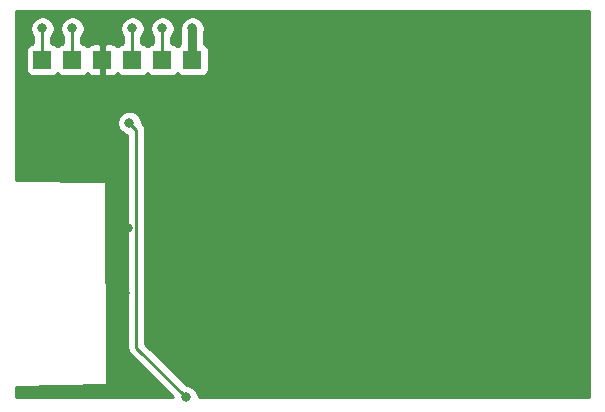
<source format=gbr>
G04 #@! TF.GenerationSoftware,KiCad,Pcbnew,(5.1.9-0-10_14)*
G04 #@! TF.CreationDate,2021-09-10T21:54:05+01:00*
G04 #@! TF.ProjectId,esp12f-si7021-v1.3,65737031-3266-42d7-9369-373032312d76,rev?*
G04 #@! TF.SameCoordinates,Original*
G04 #@! TF.FileFunction,Copper,L2,Bot*
G04 #@! TF.FilePolarity,Positive*
%FSLAX46Y46*%
G04 Gerber Fmt 4.6, Leading zero omitted, Abs format (unit mm)*
G04 Created by KiCad (PCBNEW (5.1.9-0-10_14)) date 2021-09-10 21:54:05*
%MOMM*%
%LPD*%
G01*
G04 APERTURE LIST*
G04 #@! TA.AperFunction,SMDPad,CuDef*
%ADD10R,1.524000X1.524000*%
G04 #@! TD*
G04 #@! TA.AperFunction,ViaPad*
%ADD11C,0.800000*%
G04 #@! TD*
G04 #@! TA.AperFunction,Conductor*
%ADD12C,0.250000*%
G04 #@! TD*
G04 #@! TA.AperFunction,Conductor*
%ADD13C,0.750000*%
G04 #@! TD*
G04 #@! TA.AperFunction,Conductor*
%ADD14C,0.254000*%
G04 #@! TD*
G04 #@! TA.AperFunction,Conductor*
%ADD15C,0.100000*%
G04 #@! TD*
G04 APERTURE END LIST*
D10*
X16510000Y-18506000D03*
X19050000Y-18506000D03*
X21590000Y-18506000D03*
X24130000Y-18506000D03*
X26670000Y-18506000D03*
X29210000Y-18506000D03*
D11*
X29210000Y-15839000D03*
X24130000Y-15839000D03*
X19050000Y-15839000D03*
X16510000Y-15839000D03*
X28702000Y-47081000D03*
X23876000Y-23840000D03*
X44551600Y-21503200D03*
X39024560Y-23662200D03*
X40513000Y-21630200D03*
X48666400Y-27878600D03*
X33121600Y-41518400D03*
X26568400Y-41518400D03*
X23749000Y-32730000D03*
X33451800Y-33746000D03*
X23545800Y-38267200D03*
X28829000Y-32958600D03*
X48793400Y-23814600D03*
X15290800Y-46496800D03*
X46329600Y-34381000D03*
X47777400Y-15635800D03*
X53019960Y-16433360D03*
X38866531Y-28872009D03*
X51531520Y-21559080D03*
X51531520Y-24373400D03*
X39065200Y-26532400D03*
X41737280Y-26120920D03*
X44922440Y-23448840D03*
X47802800Y-19903000D03*
X35209480Y-35681480D03*
X28630880Y-37992880D03*
X30840680Y-41640320D03*
X31201360Y-37992880D03*
X31150560Y-32750320D03*
X41584880Y-30108720D03*
X26228040Y-35407160D03*
X20518120Y-46608560D03*
X41798240Y-23514880D03*
X52456080Y-41640320D03*
X61269880Y-22676680D03*
X55361840Y-22676680D03*
X52451000Y-45938000D03*
X57693560Y-36138680D03*
X62108080Y-33121160D03*
X62301120Y-43921240D03*
X52684680Y-33476760D03*
X58171080Y-39969000D03*
X61020960Y-19994440D03*
X58328560Y-45755120D03*
X16637000Y-25618000D03*
X44577000Y-46065000D03*
X44577000Y-41620000D03*
X21590000Y-15839000D03*
X28575000Y-20538000D03*
X21590000Y-21554000D03*
X19431000Y-23205000D03*
X26670000Y-15839000D03*
D12*
X24474001Y-42853001D02*
X28702000Y-47081000D01*
X24474001Y-24438001D02*
X24474001Y-42853001D01*
X23876000Y-23840000D02*
X24474001Y-24438001D01*
D13*
X29210000Y-18506000D02*
X29210000Y-15839000D01*
D12*
X26670000Y-15839000D02*
X26670000Y-18506000D01*
X16510000Y-15839000D02*
X16510000Y-18506000D01*
X24130000Y-15839000D02*
X24130000Y-18506000D01*
X19050000Y-15839000D02*
X19050000Y-18506000D01*
D14*
X62815001Y-47031000D02*
X29737000Y-47031000D01*
X29737000Y-46979061D01*
X29697226Y-46779102D01*
X29619205Y-46590744D01*
X29505937Y-46421226D01*
X29361774Y-46277063D01*
X29192256Y-46163795D01*
X29003898Y-46085774D01*
X28803939Y-46046000D01*
X28741802Y-46046000D01*
X25234001Y-42538200D01*
X25234001Y-24475323D01*
X25237677Y-24438000D01*
X25234001Y-24400677D01*
X25234001Y-24400668D01*
X25223004Y-24289015D01*
X25179547Y-24145754D01*
X25108976Y-24013726D01*
X25108975Y-24013724D01*
X25037800Y-23926998D01*
X25014002Y-23898000D01*
X24985005Y-23874203D01*
X24911000Y-23800198D01*
X24911000Y-23738061D01*
X24871226Y-23538102D01*
X24793205Y-23349744D01*
X24679937Y-23180226D01*
X24535774Y-23036063D01*
X24366256Y-22922795D01*
X24177898Y-22844774D01*
X23977939Y-22805000D01*
X23774061Y-22805000D01*
X23574102Y-22844774D01*
X23385744Y-22922795D01*
X23216226Y-23036063D01*
X23072063Y-23180226D01*
X22958795Y-23349744D01*
X22880774Y-23538102D01*
X22841000Y-23738061D01*
X22841000Y-23941939D01*
X22880774Y-24141898D01*
X22958795Y-24330256D01*
X23072063Y-24499774D01*
X23216226Y-24643937D01*
X23385744Y-24757205D01*
X23574102Y-24835226D01*
X23714001Y-24863053D01*
X23714002Y-42815668D01*
X23710325Y-42853001D01*
X23724999Y-43001986D01*
X23768455Y-43145247D01*
X23839027Y-43277277D01*
X23910202Y-43364003D01*
X23934001Y-43393002D01*
X23962999Y-43416800D01*
X27577198Y-47031000D01*
X14274000Y-47031000D01*
X14274000Y-46168955D01*
X21820777Y-46039581D01*
X21845508Y-46036717D01*
X21869205Y-46029082D01*
X21890957Y-46016972D01*
X21909929Y-46000850D01*
X21925391Y-45981337D01*
X21936748Y-45959183D01*
X21943566Y-45935238D01*
X21945599Y-45912032D01*
X21869399Y-28868632D01*
X21866848Y-28843867D01*
X21859514Y-28820075D01*
X21847680Y-28798171D01*
X21831800Y-28778997D01*
X21812485Y-28763289D01*
X21790476Y-28751651D01*
X21766619Y-28744531D01*
X21743572Y-28742205D01*
X14274000Y-28673255D01*
X14274000Y-17744000D01*
X15109928Y-17744000D01*
X15109928Y-19268000D01*
X15122188Y-19392482D01*
X15158498Y-19512180D01*
X15217463Y-19622494D01*
X15296815Y-19719185D01*
X15393506Y-19798537D01*
X15503820Y-19857502D01*
X15623518Y-19893812D01*
X15748000Y-19906072D01*
X17272000Y-19906072D01*
X17396482Y-19893812D01*
X17516180Y-19857502D01*
X17626494Y-19798537D01*
X17723185Y-19719185D01*
X17780000Y-19649956D01*
X17836815Y-19719185D01*
X17933506Y-19798537D01*
X18043820Y-19857502D01*
X18163518Y-19893812D01*
X18288000Y-19906072D01*
X19812000Y-19906072D01*
X19936482Y-19893812D01*
X20056180Y-19857502D01*
X20166494Y-19798537D01*
X20263185Y-19719185D01*
X20320000Y-19649956D01*
X20376815Y-19719185D01*
X20473506Y-19798537D01*
X20583820Y-19857502D01*
X20703518Y-19893812D01*
X20828000Y-19906072D01*
X21304250Y-19903000D01*
X21463000Y-19744250D01*
X21463000Y-18633000D01*
X21443000Y-18633000D01*
X21443000Y-18379000D01*
X21463000Y-18379000D01*
X21463000Y-17267750D01*
X21717000Y-17267750D01*
X21717000Y-18379000D01*
X21737000Y-18379000D01*
X21737000Y-18633000D01*
X21717000Y-18633000D01*
X21717000Y-19744250D01*
X21875750Y-19903000D01*
X22352000Y-19906072D01*
X22476482Y-19893812D01*
X22596180Y-19857502D01*
X22706494Y-19798537D01*
X22803185Y-19719185D01*
X22860000Y-19649956D01*
X22916815Y-19719185D01*
X23013506Y-19798537D01*
X23123820Y-19857502D01*
X23243518Y-19893812D01*
X23368000Y-19906072D01*
X24892000Y-19906072D01*
X25016482Y-19893812D01*
X25136180Y-19857502D01*
X25246494Y-19798537D01*
X25343185Y-19719185D01*
X25400000Y-19649956D01*
X25456815Y-19719185D01*
X25553506Y-19798537D01*
X25663820Y-19857502D01*
X25783518Y-19893812D01*
X25908000Y-19906072D01*
X27432000Y-19906072D01*
X27556482Y-19893812D01*
X27676180Y-19857502D01*
X27786494Y-19798537D01*
X27883185Y-19719185D01*
X27940000Y-19649956D01*
X27996815Y-19719185D01*
X28093506Y-19798537D01*
X28203820Y-19857502D01*
X28323518Y-19893812D01*
X28448000Y-19906072D01*
X29972000Y-19906072D01*
X30096482Y-19893812D01*
X30216180Y-19857502D01*
X30326494Y-19798537D01*
X30423185Y-19719185D01*
X30502537Y-19622494D01*
X30561502Y-19512180D01*
X30597812Y-19392482D01*
X30610072Y-19268000D01*
X30610072Y-17744000D01*
X30597812Y-17619518D01*
X30561502Y-17499820D01*
X30502537Y-17389506D01*
X30423185Y-17292815D01*
X30326494Y-17213463D01*
X30220000Y-17156540D01*
X30220000Y-16066623D01*
X30245000Y-15940939D01*
X30245000Y-15737061D01*
X30205226Y-15537102D01*
X30127205Y-15348744D01*
X30013937Y-15179226D01*
X29869774Y-15035063D01*
X29700256Y-14921795D01*
X29511898Y-14843774D01*
X29311939Y-14804000D01*
X29108061Y-14804000D01*
X28908102Y-14843774D01*
X28719744Y-14921795D01*
X28550226Y-15035063D01*
X28406063Y-15179226D01*
X28292795Y-15348744D01*
X28214774Y-15537102D01*
X28175000Y-15737061D01*
X28175000Y-15940939D01*
X28200001Y-16066628D01*
X28200001Y-17156540D01*
X28093506Y-17213463D01*
X27996815Y-17292815D01*
X27940000Y-17362044D01*
X27883185Y-17292815D01*
X27786494Y-17213463D01*
X27676180Y-17154498D01*
X27556482Y-17118188D01*
X27432000Y-17105928D01*
X27430000Y-17105928D01*
X27430000Y-16542711D01*
X27473937Y-16498774D01*
X27587205Y-16329256D01*
X27665226Y-16140898D01*
X27705000Y-15940939D01*
X27705000Y-15737061D01*
X27665226Y-15537102D01*
X27587205Y-15348744D01*
X27473937Y-15179226D01*
X27329774Y-15035063D01*
X27160256Y-14921795D01*
X26971898Y-14843774D01*
X26771939Y-14804000D01*
X26568061Y-14804000D01*
X26368102Y-14843774D01*
X26179744Y-14921795D01*
X26010226Y-15035063D01*
X25866063Y-15179226D01*
X25752795Y-15348744D01*
X25674774Y-15537102D01*
X25635000Y-15737061D01*
X25635000Y-15940939D01*
X25674774Y-16140898D01*
X25752795Y-16329256D01*
X25866063Y-16498774D01*
X25910000Y-16542711D01*
X25910000Y-17105928D01*
X25908000Y-17105928D01*
X25783518Y-17118188D01*
X25663820Y-17154498D01*
X25553506Y-17213463D01*
X25456815Y-17292815D01*
X25400000Y-17362044D01*
X25343185Y-17292815D01*
X25246494Y-17213463D01*
X25136180Y-17154498D01*
X25016482Y-17118188D01*
X24892000Y-17105928D01*
X24890000Y-17105928D01*
X24890000Y-16542711D01*
X24933937Y-16498774D01*
X25047205Y-16329256D01*
X25125226Y-16140898D01*
X25165000Y-15940939D01*
X25165000Y-15737061D01*
X25125226Y-15537102D01*
X25047205Y-15348744D01*
X24933937Y-15179226D01*
X24789774Y-15035063D01*
X24620256Y-14921795D01*
X24431898Y-14843774D01*
X24231939Y-14804000D01*
X24028061Y-14804000D01*
X23828102Y-14843774D01*
X23639744Y-14921795D01*
X23470226Y-15035063D01*
X23326063Y-15179226D01*
X23212795Y-15348744D01*
X23134774Y-15537102D01*
X23095000Y-15737061D01*
X23095000Y-15940939D01*
X23134774Y-16140898D01*
X23212795Y-16329256D01*
X23326063Y-16498774D01*
X23370000Y-16542711D01*
X23370000Y-17105928D01*
X23368000Y-17105928D01*
X23243518Y-17118188D01*
X23123820Y-17154498D01*
X23013506Y-17213463D01*
X22916815Y-17292815D01*
X22860000Y-17362044D01*
X22803185Y-17292815D01*
X22706494Y-17213463D01*
X22596180Y-17154498D01*
X22476482Y-17118188D01*
X22352000Y-17105928D01*
X21875750Y-17109000D01*
X21717000Y-17267750D01*
X21463000Y-17267750D01*
X21304250Y-17109000D01*
X20828000Y-17105928D01*
X20703518Y-17118188D01*
X20583820Y-17154498D01*
X20473506Y-17213463D01*
X20376815Y-17292815D01*
X20320000Y-17362044D01*
X20263185Y-17292815D01*
X20166494Y-17213463D01*
X20056180Y-17154498D01*
X19936482Y-17118188D01*
X19812000Y-17105928D01*
X19810000Y-17105928D01*
X19810000Y-16542711D01*
X19853937Y-16498774D01*
X19967205Y-16329256D01*
X20045226Y-16140898D01*
X20085000Y-15940939D01*
X20085000Y-15737061D01*
X20045226Y-15537102D01*
X19967205Y-15348744D01*
X19853937Y-15179226D01*
X19709774Y-15035063D01*
X19540256Y-14921795D01*
X19351898Y-14843774D01*
X19151939Y-14804000D01*
X18948061Y-14804000D01*
X18748102Y-14843774D01*
X18559744Y-14921795D01*
X18390226Y-15035063D01*
X18246063Y-15179226D01*
X18132795Y-15348744D01*
X18054774Y-15537102D01*
X18015000Y-15737061D01*
X18015000Y-15940939D01*
X18054774Y-16140898D01*
X18132795Y-16329256D01*
X18246063Y-16498774D01*
X18290000Y-16542711D01*
X18290000Y-17105928D01*
X18288000Y-17105928D01*
X18163518Y-17118188D01*
X18043820Y-17154498D01*
X17933506Y-17213463D01*
X17836815Y-17292815D01*
X17780000Y-17362044D01*
X17723185Y-17292815D01*
X17626494Y-17213463D01*
X17516180Y-17154498D01*
X17396482Y-17118188D01*
X17272000Y-17105928D01*
X17270000Y-17105928D01*
X17270000Y-16542711D01*
X17313937Y-16498774D01*
X17427205Y-16329256D01*
X17505226Y-16140898D01*
X17545000Y-15940939D01*
X17545000Y-15737061D01*
X17505226Y-15537102D01*
X17427205Y-15348744D01*
X17313937Y-15179226D01*
X17169774Y-15035063D01*
X17000256Y-14921795D01*
X16811898Y-14843774D01*
X16611939Y-14804000D01*
X16408061Y-14804000D01*
X16208102Y-14843774D01*
X16019744Y-14921795D01*
X15850226Y-15035063D01*
X15706063Y-15179226D01*
X15592795Y-15348744D01*
X15514774Y-15537102D01*
X15475000Y-15737061D01*
X15475000Y-15940939D01*
X15514774Y-16140898D01*
X15592795Y-16329256D01*
X15706063Y-16498774D01*
X15750000Y-16542711D01*
X15750000Y-17105928D01*
X15748000Y-17105928D01*
X15623518Y-17118188D01*
X15503820Y-17154498D01*
X15393506Y-17213463D01*
X15296815Y-17292815D01*
X15217463Y-17389506D01*
X15158498Y-17499820D01*
X15122188Y-17619518D01*
X15109928Y-17744000D01*
X14274000Y-17744000D01*
X14274000Y-14401000D01*
X62815000Y-14401000D01*
X62815001Y-47031000D01*
G04 #@! TA.AperFunction,Conductor*
D15*
G36*
X62815001Y-47031000D02*
G01*
X29737000Y-47031000D01*
X29737000Y-46979061D01*
X29697226Y-46779102D01*
X29619205Y-46590744D01*
X29505937Y-46421226D01*
X29361774Y-46277063D01*
X29192256Y-46163795D01*
X29003898Y-46085774D01*
X28803939Y-46046000D01*
X28741802Y-46046000D01*
X25234001Y-42538200D01*
X25234001Y-24475323D01*
X25237677Y-24438000D01*
X25234001Y-24400677D01*
X25234001Y-24400668D01*
X25223004Y-24289015D01*
X25179547Y-24145754D01*
X25108976Y-24013726D01*
X25108975Y-24013724D01*
X25037800Y-23926998D01*
X25014002Y-23898000D01*
X24985005Y-23874203D01*
X24911000Y-23800198D01*
X24911000Y-23738061D01*
X24871226Y-23538102D01*
X24793205Y-23349744D01*
X24679937Y-23180226D01*
X24535774Y-23036063D01*
X24366256Y-22922795D01*
X24177898Y-22844774D01*
X23977939Y-22805000D01*
X23774061Y-22805000D01*
X23574102Y-22844774D01*
X23385744Y-22922795D01*
X23216226Y-23036063D01*
X23072063Y-23180226D01*
X22958795Y-23349744D01*
X22880774Y-23538102D01*
X22841000Y-23738061D01*
X22841000Y-23941939D01*
X22880774Y-24141898D01*
X22958795Y-24330256D01*
X23072063Y-24499774D01*
X23216226Y-24643937D01*
X23385744Y-24757205D01*
X23574102Y-24835226D01*
X23714001Y-24863053D01*
X23714002Y-42815668D01*
X23710325Y-42853001D01*
X23724999Y-43001986D01*
X23768455Y-43145247D01*
X23839027Y-43277277D01*
X23910202Y-43364003D01*
X23934001Y-43393002D01*
X23962999Y-43416800D01*
X27577198Y-47031000D01*
X14274000Y-47031000D01*
X14274000Y-46168955D01*
X21820777Y-46039581D01*
X21845508Y-46036717D01*
X21869205Y-46029082D01*
X21890957Y-46016972D01*
X21909929Y-46000850D01*
X21925391Y-45981337D01*
X21936748Y-45959183D01*
X21943566Y-45935238D01*
X21945599Y-45912032D01*
X21869399Y-28868632D01*
X21866848Y-28843867D01*
X21859514Y-28820075D01*
X21847680Y-28798171D01*
X21831800Y-28778997D01*
X21812485Y-28763289D01*
X21790476Y-28751651D01*
X21766619Y-28744531D01*
X21743572Y-28742205D01*
X14274000Y-28673255D01*
X14274000Y-17744000D01*
X15109928Y-17744000D01*
X15109928Y-19268000D01*
X15122188Y-19392482D01*
X15158498Y-19512180D01*
X15217463Y-19622494D01*
X15296815Y-19719185D01*
X15393506Y-19798537D01*
X15503820Y-19857502D01*
X15623518Y-19893812D01*
X15748000Y-19906072D01*
X17272000Y-19906072D01*
X17396482Y-19893812D01*
X17516180Y-19857502D01*
X17626494Y-19798537D01*
X17723185Y-19719185D01*
X17780000Y-19649956D01*
X17836815Y-19719185D01*
X17933506Y-19798537D01*
X18043820Y-19857502D01*
X18163518Y-19893812D01*
X18288000Y-19906072D01*
X19812000Y-19906072D01*
X19936482Y-19893812D01*
X20056180Y-19857502D01*
X20166494Y-19798537D01*
X20263185Y-19719185D01*
X20320000Y-19649956D01*
X20376815Y-19719185D01*
X20473506Y-19798537D01*
X20583820Y-19857502D01*
X20703518Y-19893812D01*
X20828000Y-19906072D01*
X21304250Y-19903000D01*
X21463000Y-19744250D01*
X21463000Y-18633000D01*
X21443000Y-18633000D01*
X21443000Y-18379000D01*
X21463000Y-18379000D01*
X21463000Y-17267750D01*
X21717000Y-17267750D01*
X21717000Y-18379000D01*
X21737000Y-18379000D01*
X21737000Y-18633000D01*
X21717000Y-18633000D01*
X21717000Y-19744250D01*
X21875750Y-19903000D01*
X22352000Y-19906072D01*
X22476482Y-19893812D01*
X22596180Y-19857502D01*
X22706494Y-19798537D01*
X22803185Y-19719185D01*
X22860000Y-19649956D01*
X22916815Y-19719185D01*
X23013506Y-19798537D01*
X23123820Y-19857502D01*
X23243518Y-19893812D01*
X23368000Y-19906072D01*
X24892000Y-19906072D01*
X25016482Y-19893812D01*
X25136180Y-19857502D01*
X25246494Y-19798537D01*
X25343185Y-19719185D01*
X25400000Y-19649956D01*
X25456815Y-19719185D01*
X25553506Y-19798537D01*
X25663820Y-19857502D01*
X25783518Y-19893812D01*
X25908000Y-19906072D01*
X27432000Y-19906072D01*
X27556482Y-19893812D01*
X27676180Y-19857502D01*
X27786494Y-19798537D01*
X27883185Y-19719185D01*
X27940000Y-19649956D01*
X27996815Y-19719185D01*
X28093506Y-19798537D01*
X28203820Y-19857502D01*
X28323518Y-19893812D01*
X28448000Y-19906072D01*
X29972000Y-19906072D01*
X30096482Y-19893812D01*
X30216180Y-19857502D01*
X30326494Y-19798537D01*
X30423185Y-19719185D01*
X30502537Y-19622494D01*
X30561502Y-19512180D01*
X30597812Y-19392482D01*
X30610072Y-19268000D01*
X30610072Y-17744000D01*
X30597812Y-17619518D01*
X30561502Y-17499820D01*
X30502537Y-17389506D01*
X30423185Y-17292815D01*
X30326494Y-17213463D01*
X30220000Y-17156540D01*
X30220000Y-16066623D01*
X30245000Y-15940939D01*
X30245000Y-15737061D01*
X30205226Y-15537102D01*
X30127205Y-15348744D01*
X30013937Y-15179226D01*
X29869774Y-15035063D01*
X29700256Y-14921795D01*
X29511898Y-14843774D01*
X29311939Y-14804000D01*
X29108061Y-14804000D01*
X28908102Y-14843774D01*
X28719744Y-14921795D01*
X28550226Y-15035063D01*
X28406063Y-15179226D01*
X28292795Y-15348744D01*
X28214774Y-15537102D01*
X28175000Y-15737061D01*
X28175000Y-15940939D01*
X28200001Y-16066628D01*
X28200001Y-17156540D01*
X28093506Y-17213463D01*
X27996815Y-17292815D01*
X27940000Y-17362044D01*
X27883185Y-17292815D01*
X27786494Y-17213463D01*
X27676180Y-17154498D01*
X27556482Y-17118188D01*
X27432000Y-17105928D01*
X27430000Y-17105928D01*
X27430000Y-16542711D01*
X27473937Y-16498774D01*
X27587205Y-16329256D01*
X27665226Y-16140898D01*
X27705000Y-15940939D01*
X27705000Y-15737061D01*
X27665226Y-15537102D01*
X27587205Y-15348744D01*
X27473937Y-15179226D01*
X27329774Y-15035063D01*
X27160256Y-14921795D01*
X26971898Y-14843774D01*
X26771939Y-14804000D01*
X26568061Y-14804000D01*
X26368102Y-14843774D01*
X26179744Y-14921795D01*
X26010226Y-15035063D01*
X25866063Y-15179226D01*
X25752795Y-15348744D01*
X25674774Y-15537102D01*
X25635000Y-15737061D01*
X25635000Y-15940939D01*
X25674774Y-16140898D01*
X25752795Y-16329256D01*
X25866063Y-16498774D01*
X25910000Y-16542711D01*
X25910000Y-17105928D01*
X25908000Y-17105928D01*
X25783518Y-17118188D01*
X25663820Y-17154498D01*
X25553506Y-17213463D01*
X25456815Y-17292815D01*
X25400000Y-17362044D01*
X25343185Y-17292815D01*
X25246494Y-17213463D01*
X25136180Y-17154498D01*
X25016482Y-17118188D01*
X24892000Y-17105928D01*
X24890000Y-17105928D01*
X24890000Y-16542711D01*
X24933937Y-16498774D01*
X25047205Y-16329256D01*
X25125226Y-16140898D01*
X25165000Y-15940939D01*
X25165000Y-15737061D01*
X25125226Y-15537102D01*
X25047205Y-15348744D01*
X24933937Y-15179226D01*
X24789774Y-15035063D01*
X24620256Y-14921795D01*
X24431898Y-14843774D01*
X24231939Y-14804000D01*
X24028061Y-14804000D01*
X23828102Y-14843774D01*
X23639744Y-14921795D01*
X23470226Y-15035063D01*
X23326063Y-15179226D01*
X23212795Y-15348744D01*
X23134774Y-15537102D01*
X23095000Y-15737061D01*
X23095000Y-15940939D01*
X23134774Y-16140898D01*
X23212795Y-16329256D01*
X23326063Y-16498774D01*
X23370000Y-16542711D01*
X23370000Y-17105928D01*
X23368000Y-17105928D01*
X23243518Y-17118188D01*
X23123820Y-17154498D01*
X23013506Y-17213463D01*
X22916815Y-17292815D01*
X22860000Y-17362044D01*
X22803185Y-17292815D01*
X22706494Y-17213463D01*
X22596180Y-17154498D01*
X22476482Y-17118188D01*
X22352000Y-17105928D01*
X21875750Y-17109000D01*
X21717000Y-17267750D01*
X21463000Y-17267750D01*
X21304250Y-17109000D01*
X20828000Y-17105928D01*
X20703518Y-17118188D01*
X20583820Y-17154498D01*
X20473506Y-17213463D01*
X20376815Y-17292815D01*
X20320000Y-17362044D01*
X20263185Y-17292815D01*
X20166494Y-17213463D01*
X20056180Y-17154498D01*
X19936482Y-17118188D01*
X19812000Y-17105928D01*
X19810000Y-17105928D01*
X19810000Y-16542711D01*
X19853937Y-16498774D01*
X19967205Y-16329256D01*
X20045226Y-16140898D01*
X20085000Y-15940939D01*
X20085000Y-15737061D01*
X20045226Y-15537102D01*
X19967205Y-15348744D01*
X19853937Y-15179226D01*
X19709774Y-15035063D01*
X19540256Y-14921795D01*
X19351898Y-14843774D01*
X19151939Y-14804000D01*
X18948061Y-14804000D01*
X18748102Y-14843774D01*
X18559744Y-14921795D01*
X18390226Y-15035063D01*
X18246063Y-15179226D01*
X18132795Y-15348744D01*
X18054774Y-15537102D01*
X18015000Y-15737061D01*
X18015000Y-15940939D01*
X18054774Y-16140898D01*
X18132795Y-16329256D01*
X18246063Y-16498774D01*
X18290000Y-16542711D01*
X18290000Y-17105928D01*
X18288000Y-17105928D01*
X18163518Y-17118188D01*
X18043820Y-17154498D01*
X17933506Y-17213463D01*
X17836815Y-17292815D01*
X17780000Y-17362044D01*
X17723185Y-17292815D01*
X17626494Y-17213463D01*
X17516180Y-17154498D01*
X17396482Y-17118188D01*
X17272000Y-17105928D01*
X17270000Y-17105928D01*
X17270000Y-16542711D01*
X17313937Y-16498774D01*
X17427205Y-16329256D01*
X17505226Y-16140898D01*
X17545000Y-15940939D01*
X17545000Y-15737061D01*
X17505226Y-15537102D01*
X17427205Y-15348744D01*
X17313937Y-15179226D01*
X17169774Y-15035063D01*
X17000256Y-14921795D01*
X16811898Y-14843774D01*
X16611939Y-14804000D01*
X16408061Y-14804000D01*
X16208102Y-14843774D01*
X16019744Y-14921795D01*
X15850226Y-15035063D01*
X15706063Y-15179226D01*
X15592795Y-15348744D01*
X15514774Y-15537102D01*
X15475000Y-15737061D01*
X15475000Y-15940939D01*
X15514774Y-16140898D01*
X15592795Y-16329256D01*
X15706063Y-16498774D01*
X15750000Y-16542711D01*
X15750000Y-17105928D01*
X15748000Y-17105928D01*
X15623518Y-17118188D01*
X15503820Y-17154498D01*
X15393506Y-17213463D01*
X15296815Y-17292815D01*
X15217463Y-17389506D01*
X15158498Y-17499820D01*
X15122188Y-17619518D01*
X15109928Y-17744000D01*
X14274000Y-17744000D01*
X14274000Y-14401000D01*
X62815000Y-14401000D01*
X62815001Y-47031000D01*
G37*
G04 #@! TD.AperFunction*
M02*

</source>
